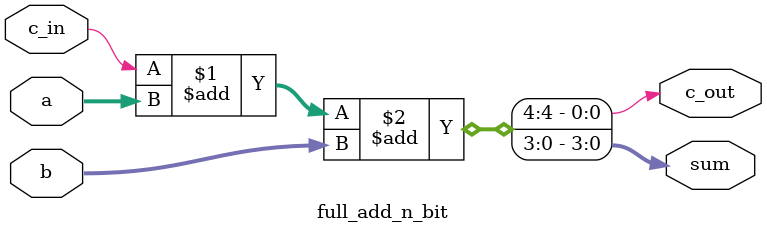
<source format=v>
`include "../../Part3/hdl/full_add_1_bit.v"

module full_add_n_bit #(parameter N = 4) 
	(a, b, c_in, sum, c_out);

	input c_in;
	input [N-1:0] a, b;
	output c_out;
	output [N-1:0] sum;  	

	assign {c_out, sum} = c_in + a + b;

endmodule

</source>
